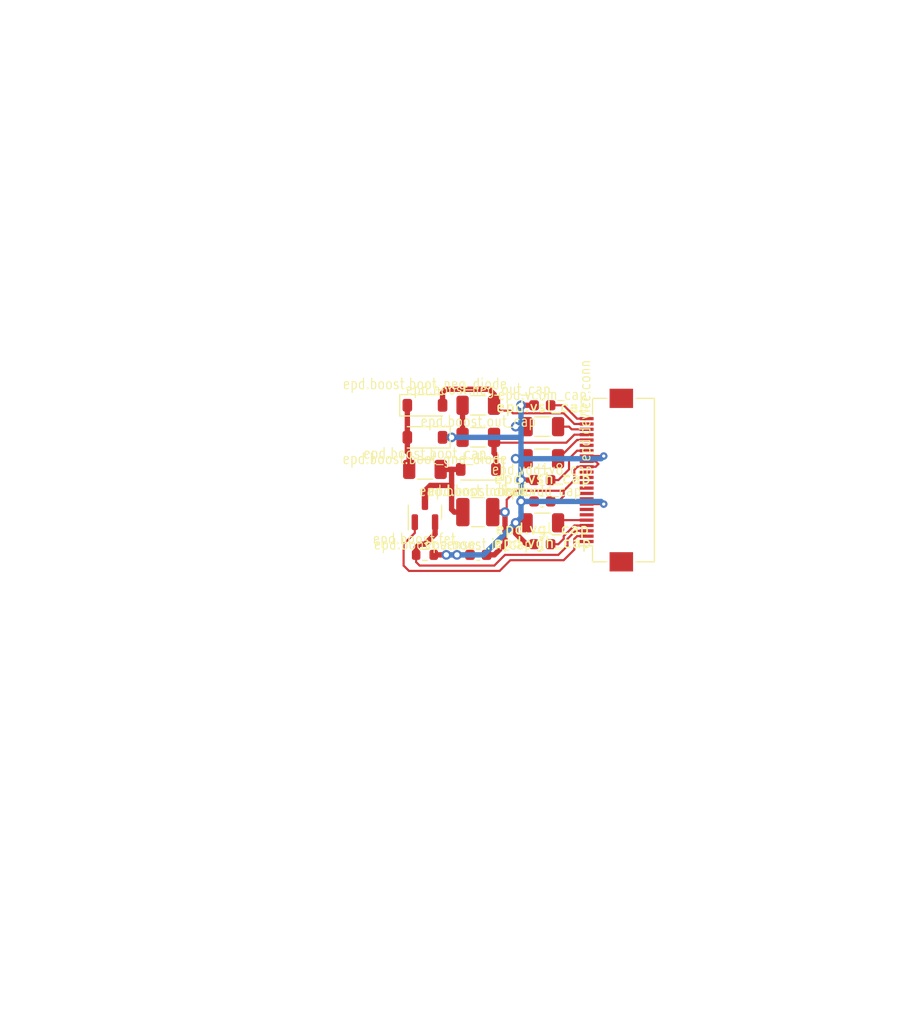
<source format=kicad_pcb>
(kicad_pcb (version 20221018) (generator pcbnew)
  (layers (0 "F.Cu" signal "Front") (31 "B.Cu" signal "Back") (34 "B.Paste" user) (35 "F.Paste" user) (36 "B.SilkS" user "B.Silkscreen") (37 "F.SilkS" user "F.Silkscreen") (38 "B.Mask" user) (39 "F.Mask" user) (44 "Edge.Cuts" user))
  (net 0 "")
  (net 1 "gnd")
  (net 2 "v3v3")
  (net 3 "epd.device.rese")
  (net 4 "epd.busy")
  (net 5 "epd.device.gdr")
  (net 6 "epd.boost.inductor.b")
  (net 7 "epd.boost.pos_out")
  (net 8 "epd.boost.boot_cap.neg")
  (net 9 "epd.boost.neg_out")
  (net 10 "epd.cs")
  (net 11 "epd.dc")
  (net 12 "epd.spi.sck")
  (net 13 "epd.device.vgl")
  (net 14 "epd.device.vdd1v8")
  (net 15 "epd.device.vsh")
  (net 16 "epd.device.vsl")
  (net 17 "epd.device.vcom")
  (net 18 "epd.spi.mosi")
  (net 19 "epd.reset")
  (net 20 "epd.device.vgh")
  (footprint "Resistor_SMD:R_0603_1608Metric" (layer "F.Cu") (at 89 127)
    (fp_text reference "epd.boost.sense" (at 0 -1) (layer "F.SilkS") (effects (font (size 1 0.8) (thickness 0.1))))
    (fp_text value "")
    (fp_line (start -0.237258 -0.5225) (end 0.237258 -0.5225) (stroke (width 0.12)) (layer "F.SilkS"))
    (fp_line (start -0.237258 0.5225) (end 0.237258 0.5225) (stroke (width 0.12)) (layer "F.SilkS"))
    (pad "1" smd roundrect (at -0.825 0) (size 0.8 0.95) (layers "F.Cu" "F.Paste" "F.Mask") (net 3 "epd.device.rese"))
    (pad "2" smd roundrect (at 0.825 0) (size 0.8 0.95) (layers "F.Cu" "F.Paste" "F.Mask") (net 1 "gnd"))
  )
  (footprint "Package_TO_SOT_SMD:SOT-23" (layer "F.Cu") (at 89 123 90)
    (fp_text reference "epd.boost.fet" (at -2.5 -1) (layer "F.SilkS") (effects (font (size 1 0.8) (thickness 0.1))))
    (fp_text value "AO3400A (Alpha & Omega Semicon) - 30V 5.7A 26.5m?@10V,5.7A 1.4W 1.5V@250?A N Channel SOT-23-3L MOSFETs ROHS")
    (fp_line (start 0 -1.56) (end -1.675 -1.56) (stroke (width 0.12)) (layer "F.SilkS"))
    (fp_line (start 0 -1.56) (end 0.65 -1.56) (stroke (width 0.12)) (layer "F.SilkS"))
    (fp_line (start 0 1.56) (end -0.65 1.56) (stroke (width 0.12)) (layer "F.SilkS"))
    (fp_line (start 0 1.56) (end 0.65 1.56) (stroke (width 0.12)) (layer "F.SilkS"))
    (pad "1" smd roundrect (at -0.9375 -0.95 90) (size 1.475 0.6) (layers "F.Cu" "F.Paste" "F.Mask") (net 5 "epd.device.gdr"))
    (pad "2" smd roundrect (at -0.9375 0.95 90) (size 1.475 0.6) (layers "F.Cu" "F.Paste" "F.Mask") (net 3 "epd.device.rese"))
    (pad "3" smd roundrect (at 0.9375 0 90) (size 1.475 0.6) (layers "F.Cu" "F.Paste" "F.Mask") (net 6 "epd.boost.inductor.b"))
  )
  (footprint "Capacitor_SMD:C_0603_1608Metric" (layer "F.Cu") (at 100 113 180)
    (fp_text reference "epd.vcom_cap" (at 0 1) (layer "F.SilkS") (effects (font (size 1 0.8) (thickness 0.1))))
    (fp_text value "")
    (fp_line (start -0.14058 -0.51) (end 0.14058 -0.51) (stroke (width 0.12)) (layer "F.SilkS"))
    (fp_line (start -0.14058 0.51) (end 0.14058 0.51) (stroke (width 0.12)) (layer "F.SilkS"))
    (pad "1" smd roundrect (at -0.775 0 180) (size 0.9 0.95) (layers "F.Cu" "F.Paste" "F.Mask") (net 17 "epd.device.vcom"))
    (pad "2" smd roundrect (at 0.775 0 180) (size 0.9 0.95) (layers "F.Cu" "F.Paste" "F.Mask") (net 1 "gnd"))
  )
  (footprint "Capacitor_SMD:C_0603_1608Metric" (layer "F.Cu") (at 100 126)
    (fp_text reference "epd.vgl_cap" (at 0 -1.43) (layer "F.SilkS"))
    (fp_text value "")
    (fp_line (start -0.14058 -0.51) (end 0.14058 -0.51) (stroke (width 0.12)) (layer "F.SilkS"))
    (fp_line (start -0.14058 0.51) (end 0.14058 0.51) (stroke (width 0.12)) (layer "F.SilkS"))
    (pad "1" smd roundrect (at -0.775 0) (size 0.9 0.95) (layers "F.Cu" "F.Paste" "F.Mask") (net 1 "gnd"))
    (pad "2" smd roundrect (at 0.775 0) (size 0.9 0.95) (layers "F.Cu" "F.Paste" "F.Mask") (net 13 "epd.device.vgl"))
  )
  (footprint "Capacitor_SMD:C_1206_3216Metric" (layer "F.Cu") (at 89 119 180)
    (fp_text reference "epd.boost.boot_cap" (at 0 1.5) (layer "F.SilkS") (effects (font (size 1 0.8) (thickness 0.1))))
    (fp_text value "")
    (fp_line (start -0.711252 -0.91) (end 0.711252 -0.91) (stroke (width 0.12)) (layer "F.SilkS"))
    (fp_line (start -0.711252 0.91) (end 0.711252 0.91) (stroke (width 0.12)) (layer "F.SilkS"))
    (pad "1" smd roundrect (at -1.475 0 180) (size 1.15 1.8) (layers "F.Cu" "F.Paste" "F.Mask") (roundrect_rratio 0.217391) (net 6 "epd.boost.inductor.b"))
    (pad "2" smd roundrect (at 1.475 0 180) (size 1.15 1.8) (layers "F.Cu" "F.Paste" "F.Mask") (roundrect_rratio 0.217391) (net 8 "epd.boost.boot_cap.neg"))
  )
  (footprint "Capacitor_SMD:C_0603_1608Metric" (layer "F.Cu") (at 100 122 180)
    (fp_text reference "epd.vdd_cap" (at 0 1) (layer "F.SilkS") (effects (font (size 1 0.8) (thickness 0.1))))
    (fp_text value "")
    (fp_line (start -0.14058 -0.51) (end 0.14058 -0.51) (stroke (width 0.12)) (layer "F.SilkS"))
    (fp_line (start -0.14058 0.51) (end 0.14058 0.51) (stroke (width 0.12)) (layer "F.SilkS"))
    (pad "1" smd roundrect (at -0.775 0 180) (size 0.9 0.95) (layers "F.Cu" "F.Paste" "F.Mask") (net 2 "v3v3"))
    (pad "2" smd roundrect (at 0.775 0 180) (size 0.9 0.95) (layers "F.Cu" "F.Paste" "F.Mask") (net 1 "gnd"))
  )
  (footprint "Capacitor_SMD:C_0603_1608Metric" (layer "F.Cu") (at 94 127 180)
    (fp_text reference "epd.boost.in_cap" (at 0 1) (layer "F.SilkS") (effects (font (size 1 0.8) (thickness 0.1))))
    (fp_text value "")
    (fp_line (start -0.14058 -0.51) (end 0.14058 -0.51) (stroke (width 0.12)) (layer "F.SilkS"))
    (fp_line (start -0.14058 0.51) (end 0.14058 0.51) (stroke (width 0.12)) (layer "F.SilkS"))
    (pad "1" smd roundrect (at -0.775 0 180) (size 0.9 0.95) (layers "F.Cu" "F.Paste" "F.Mask") (net 2 "v3v3"))
    (pad "2" smd roundrect (at 0.775 0 180) (size 0.9 0.95) (layers "F.Cu" "F.Paste" "F.Mask") (net 1 "gnd"))
  )
  (footprint "Capacitor_SMD:C_1206_3216Metric" (layer "F.Cu") (at 100 118 180)
    (fp_text reference "epd.vsh_cap" (at 0 -1.85 180) (layer "F.SilkS"))
    (fp_text value "")
    (fp_line (start -0.711252 -0.91) (end 0.711252 -0.91) (stroke (width 0.12)) (layer "F.SilkS"))
    (fp_line (start -0.711252 0.91) (end 0.711252 0.91) (stroke (width 0.12)) (layer "F.SilkS"))
    (pad "1" smd roundrect (at -1.475 0 180) (size 1.15 1.8) (layers "F.Cu" "F.Paste" "F.Mask") (roundrect_rratio 0.217391) (net 15 "epd.device.vsh"))
    (pad "2" smd roundrect (at 1.475 0 180) (size 1.15 1.8) (layers "F.Cu" "F.Paste" "F.Mask") (roundrect_rratio 0.217391) (net 1 "gnd"))
  )
  (footprint "Inductor_SMD:L_1210_3225Metric" (layer "F.Cu") (at 93.95 123 180)
    (fp_text reference "epd.boost.inductor" (at -0.05 2) (layer "F.SilkS") (effects (font (size 1 0.8) (thickness 0.1))))
    (fp_text value "")
    (fp_line (start -0.602064 -1.36) (end 0.602064 -1.36) (stroke (width 0.12)) (layer "F.SilkS"))
    (fp_line (start -0.602064 1.36) (end 0.602064 1.36) (stroke (width 0.12)) (layer "F.SilkS"))
    (pad "1" smd roundrect (at -1.4 0 180) (size 1.25 2.65) (layers "F.Cu" "F.Paste" "F.Mask") (roundrect_rratio 0.2) (net 2 "v3v3"))
    (pad "2" smd roundrect (at 1.4 0 180) (size 1.25 2.65) (layers "F.Cu" "F.Paste" "F.Mask") (roundrect_rratio 0.2) (net 6 "epd.boost.inductor.b"))
  )
  (footprint "Capacitor_SMD:C_1206_3216Metric" (layer "F.Cu") (at 94 113)
    (fp_text reference "epd.boost.neg_out_cap" (at 0 -1.5) (layer "F.SilkS") (effects (font (size 1 0.8) (thickness 0.1))))
    (fp_text value "")
    (fp_line (start -0.711252 -0.91) (end 0.711252 -0.91) (stroke (width 0.12)) (layer "F.SilkS"))
    (fp_line (start -0.711252 0.91) (end 0.711252 0.91) (stroke (width 0.12)) (layer "F.SilkS"))
    (pad "1" smd roundrect (at -1.475 0) (size 1.15 1.8) (layers "F.Cu" "F.Paste" "F.Mask") (roundrect_rratio 0.217391) (net 1 "gnd"))
    (pad "2" smd roundrect (at 1.475 0) (size 1.15 1.8) (layers "F.Cu" "F.Paste" "F.Mask") (roundrect_rratio 0.217391) (net 9 "epd.boost.neg_out"))
  )
  (footprint "Capacitor_SMD:C_0603_1608Metric" (layer "F.Cu") (at 100 120 180)
    (fp_text reference "epd.vdd1v8_cap" (at 0 1) (layer "F.SilkS") (effects (font (size 1 0.8) (thickness 0.1))))
    (fp_text value "")
    (fp_line (start -0.14058 -0.51) (end 0.14058 -0.51) (stroke (width 0.12)) (layer "F.SilkS"))
    (fp_line (start -0.14058 0.51) (end 0.14058 0.51) (stroke (width 0.12)) (layer "F.SilkS"))
    (pad "1" smd roundrect (at -0.775 0 180) (size 0.9 0.95) (layers "F.Cu" "F.Paste" "F.Mask") (net 14 "epd.device.vdd1v8"))
    (pad "2" smd roundrect (at 0.775 0 180) (size 0.9 0.95) (layers "F.Cu" "F.Paste" "F.Mask") (net 1 "gnd"))
  )
  (footprint "Capacitor_SMD:C_1206_3216Metric" (layer "F.Cu") (at 100 115)
    (fp_text reference "epd.vsl_cap" (at 0 -1.85) (layer "F.SilkS"))
    (fp_text value "")
    (fp_line (start -0.711252 -0.91) (end 0.711252 -0.91) (stroke (width 0.12)) (layer "F.SilkS"))
    (fp_line (start -0.711252 0.91) (end 0.711252 0.91) (stroke (width 0.12)) (layer "F.SilkS"))
    (pad "1" smd roundrect (at -1.475 0) (size 1.15 1.8) (layers "F.Cu" "F.Paste" "F.Mask") (roundrect_rratio 0.217391) (net 1 "gnd"))
    (pad "2" smd roundrect (at 1.475 0) (size 1.15 1.8) (layers "F.Cu" "F.Paste" "F.Mask") (roundrect_rratio 0.217391) (net 16 "epd.device.vsl"))
  )
  (footprint "Diode_SMD:D_SOD-123" (layer "F.Cu") (at 89 116 180)
    (fp_text reference "epd.boost.boot_gnd_diode" (at 0 -2 180) (layer "F.SilkS") (effects (font (size 1 0.8) (thickness 0.1))))
    (fp_text value "B5817W (Guangdong Hottech) - 20V 450mV@1A 300mA SOD-123 Schottky Barrier Diodes (SBD) ROHS")
    (fp_line (start -2.36 -1) (end -2.36 1) (stroke (width 0.12)) (layer "F.SilkS"))
    (fp_line (start -2.36 -1) (end 1.65 -1) (stroke (width 0.12)) (layer "F.SilkS"))
    (fp_line (start -2.36 1) (end 1.65 1) (stroke (width 0.12)) (layer "F.SilkS"))
    (pad "1" smd roundrect (at -1.65 0 180) (size 0.9 1.2) (layers "F.Cu" "F.Paste" "F.Mask") (net 1 "gnd"))
    (pad "2" smd roundrect (at 1.65 0 180) (size 0.9 1.2) (layers "F.Cu" "F.Paste" "F.Mask") (net 8 "epd.boost.boot_cap.neg"))
  )
  (footprint "Capacitor_SMD:C_1206_3216Metric" (layer "F.Cu") (at 100 124 180)
    (fp_text reference "epd.vgh_cap" (at 0 -1.85 180) (layer "F.SilkS"))
    (fp_text value "")
    (fp_line (start -0.711252 -0.91) (end 0.711252 -0.91) (stroke (width 0.12)) (layer "F.SilkS"))
    (fp_line (start -0.711252 0.91) (end 0.711252 0.91) (stroke (width 0.12)) (layer "F.SilkS"))
    (pad "1" smd roundrect (at -1.475 0 180) (size 1.15 1.8) (layers "F.Cu" "F.Paste" "F.Mask") (roundrect_rratio 0.217391) (net 20 "epd.device.vgh"))
    (pad "2" smd roundrect (at 1.475 0 180) (size 1.15 1.8) (layers "F.Cu" "F.Paste" "F.Mask") (roundrect_rratio 0.217391) (net 1 "gnd"))
  )
  (footprint "Diode_SMD:D_SOD-123" (layer "F.Cu") (at 94 119 180)
    (fp_text reference "epd.boost.diode" (at 0 -2 180) (layer "F.SilkS") (effects (font (size 1 0.8) (thickness 0.1))))
    (fp_text value "B5817W (Guangdong Hottech) - 20V 450mV@1A 300mA SOD-123 Schottky Barrier Diodes (SBD) ROHS")
    (fp_line (start -2.36 -1) (end -2.36 1) (stroke (width 0.12)) (layer "F.SilkS"))
    (fp_line (start -2.36 -1) (end 1.65 -1) (stroke (width 0.12)) (layer "F.SilkS"))
    (fp_line (start -2.36 1) (end 1.65 1) (stroke (width 0.12)) (layer "F.SilkS"))
    (pad "1" smd roundrect (at -1.65 0 180) (size 0.9 1.2) (layers "F.Cu" "F.Paste" "F.Mask") (net 7 "epd.boost.pos_out"))
    (pad "2" smd roundrect (at 1.65 0 180) (size 0.9 1.2) (layers "F.Cu" "F.Paste" "F.Mask") (net 6 "epd.boost.inductor.b"))
  )
  (footprint "Connector_FFC-FPC:Hirose_FH12-24S-0.5SH_1x24-1MP_P0.50mm_Horizontal" (layer "F.Cu") (at 106 120 90)
    (fp_text reference "epd.device.conn" (at 6.5 -2 90) (layer "F.SilkS") (effects (font (size 1 0.8) (thickness 0.1))))
    (fp_text value "AFC01-S24FCA-00 (Jushuo)")
    (fp_line (start -7.65 -1.3) (end -7.65 0.04) (stroke (width 0.12)) (layer "F.SilkS"))
    (fp_line (start -7.65 2.76) (end -7.65 4.5) (stroke (width 0.12)) (layer "F.SilkS"))
    (fp_line (start -7.65 4.5) (end 7.65 4.5) (stroke (width 0.12)) (layer "F.SilkS"))
    (fp_line (start -6.16 -1.3) (end -7.65 -1.3) (stroke (width 0.12)) (layer "F.SilkS"))
    (fp_line (start -6.16 -1.3) (end -6.16 -2.5) (stroke (width 0.12)) (layer "F.SilkS"))
    (fp_line (start 6.16 -1.3) (end 7.65 -1.3) (stroke (width 0.12)) (layer "F.SilkS"))
    (fp_line (start 7.65 -1.3) (end 7.65 0.04) (stroke (width 0.12)) (layer "F.SilkS"))
    (fp_line (start 7.65 4.5) (end 7.65 2.76) (stroke (width 0.12)) (layer "F.SilkS"))
    (pad "1" smd rect (at -5.75 -1.85 90) (size 0.3 1.3) (layers "F.Cu" "F.Paste" "F.Mask"))
    (pad "2" smd rect (at -5.25 -1.85 90) (size 0.3 1.3) (layers "F.Cu" "F.Paste" "F.Mask") (net 5 "epd.device.gdr"))
    (pad "3" smd rect (at -4.75 -1.85 90) (size 0.3 1.3) (layers "F.Cu" "F.Paste" "F.Mask") (net 3 "epd.device.rese"))
    (pad "4" smd rect (at -4.25 -1.85 90) (size 0.3 1.3) (layers "F.Cu" "F.Paste" "F.Mask") (net 13 "epd.device.vgl"))
    (pad "5" smd rect (at -3.75 -1.85 90) (size 0.3 1.3) (layers "F.Cu" "F.Paste" "F.Mask") (net 20 "epd.device.vgh"))
    (pad "6" smd rect (at -3.25 -1.85 90) (size 0.3 1.3) (layers "F.Cu" "F.Paste" "F.Mask"))
    (pad "7" smd rect (at -2.75 -1.85 90) (size 0.3 1.3) (layers "F.Cu" "F.Paste" "F.Mask"))
    (pad "8" smd rect (at -2.25 -1.85 90) (size 0.3 1.3) (layers "F.Cu" "F.Paste" "F.Mask") (net 1 "gnd"))
    (pad "9" smd rect (at -1.75 -1.85 90) (size 0.3 1.3) (layers "F.Cu" "F.Paste" "F.Mask") (net 4 "epd.busy"))
    (pad "10" smd rect (at -1.25 -1.85 90) (size 0.3 1.3) (layers "F.Cu" "F.Paste" "F.Mask") (net 19 "epd.reset"))
    (pad "11" smd rect (at -0.75 -1.85 90) (size 0.3 1.3) (layers "F.Cu" "F.Paste" "F.Mask") (net 11 "epd.dc"))
    (pad "12" smd rect (at -0.25 -1.85 90) (size 0.3 1.3) (layers "F.Cu" "F.Paste" "F.Mask") (net 10 "epd.cs"))
    (pad "13" smd rect (at 0.25 -1.85 90) (size 0.3 1.3) (layers "F.Cu" "F.Paste" "F.Mask") (net 12 "epd.spi.sck"))
    (pad "14" smd rect (at 0.75 -1.85 90) (size 0.3 1.3) (layers "F.Cu" "F.Paste" "F.Mask") (net 18 "epd.spi.mosi"))
    (pad "15" smd rect (at 1.25 -1.85 90) (size 0.3 1.3) (layers "F.Cu" "F.Paste" "F.Mask") (net 2 "v3v3"))
    (pad "16" smd rect (at 1.75 -1.85 90) (size 0.3 1.3) (layers "F.Cu" "F.Paste" "F.Mask") (net 2 "v3v3"))
    (pad "17" smd rect (at 2.25 -1.85 90) (size 0.3 1.3) (layers "F.Cu" "F.Paste" "F.Mask") (net 1 "gnd"))
    (pad "18" smd rect (at 2.75 -1.85 90) (size 0.3 1.3) (layers "F.Cu" "F.Paste" "F.Mask") (net 14 "epd.device.vdd1v8"))
    (pad "19" smd rect (at 3.25 -1.85 90) (size 0.3 1.3) (layers "F.Cu" "F.Paste" "F.Mask"))
    (pad "20" smd rect (at 3.75 -1.85 90) (size 0.3 1.3) (layers "F.Cu" "F.Paste" "F.Mask") (net 15 "epd.device.vsh"))
    (pad "21" smd rect (at 4.25 -1.85 90) (size 0.3 1.3) (layers "F.Cu" "F.Paste" "F.Mask") (net 7 "epd.boost.pos_out"))
    (pad "22" smd rect (at 4.75 -1.85 90) (size 0.3 1.3) (layers "F.Cu" "F.Paste" "F.Mask") (net 16 "epd.device.vsl"))
    (pad "23" smd rect (at 5.25 -1.85 90) (size 0.3 1.3) (layers "F.Cu" "F.Paste" "F.Mask") (net 9 "epd.boost.neg_out"))
    (pad "24" smd rect (at 5.75 -1.85 90) (size 0.3 1.3) (layers "F.Cu" "F.Paste" "F.Mask") (net 17 "epd.device.vcom"))
    (pad "MP" smd rect (at -7.65 1.4 90) (size 1.8 2.2) (layers "F.Cu" "F.Paste" "F.Mask"))
    (pad "MP" smd rect (at 7.65 1.4 90) (size 1.8 2.2) (layers "F.Cu" "F.Paste" "F.Mask"))
  )
  (footprint "Capacitor_SMD:C_1206_3216Metric" (layer "F.Cu") (at 94 116 180)
    (fp_text reference "epd.boost.out_cap" (at 0 1.5) (layer "F.SilkS") (effects (font (size 1 0.8) (thickness 0.1))))
    (fp_text value "")
    (fp_line (start -0.711252 -0.91) (end 0.711252 -0.91) (stroke (width 0.12)) (layer "F.SilkS"))
    (fp_line (start -0.711252 0.91) (end 0.711252 0.91) (stroke (width 0.12)) (layer "F.SilkS"))
    (pad "1" smd roundrect (at -1.475 0 180) (size 1.15 1.8) (layers "F.Cu" "F.Paste" "F.Mask") (roundrect_rratio 0.217391) (net 7 "epd.boost.pos_out"))
    (pad "2" smd roundrect (at 1.475 0 180) (size 1.15 1.8) (layers "F.Cu" "F.Paste" "F.Mask") (roundrect_rratio 0.217391) (net 1 "gnd"))
  )
  (footprint "Diode_SMD:D_SOD-123" (layer "F.Cu") (at 89 113)
    (fp_text reference "epd.boost.boot_neg_diode" (at 0 -2) (layer "F.SilkS") (effects (font (size 1 0.8) (thickness 0.1))))
    (fp_text value "B5817W (Guangdong Hottech) - 20V 450mV@1A 300mA SOD-123 Schottky Barrier Diodes (SBD) ROHS")
    (fp_line (start -2.36 -1) (end -2.36 1) (stroke (width 0.12)) (layer "F.SilkS"))
    (fp_line (start -2.36 -1) (end 1.65 -1) (stroke (width 0.12)) (layer "F.SilkS"))
    (fp_line (start -2.36 1) (end 1.65 1) (stroke (width 0.12)) (layer "F.SilkS"))
    (pad "1" smd roundrect (at -1.65 0) (size 0.9 1.2) (layers "F.Cu" "F.Paste" "F.Mask") (net 8 "epd.boost.boot_cap.neg"))
    (pad "2" smd roundrect (at 1.65 0) (size 0.9 1.2) (layers "F.Cu" "F.Paste" "F.Mask") (net 9 "epd.boost.neg_out"))
  )
  (segment (start 98.525 118) (end 97.5 118) (width 0.5) (layer "F.Cu") (net 1))
  (segment (start 99.225 113) (end 98 113) (width 0.5) (layer "F.Cu") (net 1))
  (segment (start 97.5 125) (end 98.5 126) (width 0.5) (layer "F.Cu") (net 1))
  (segment (start 90.65 116) (end 91.5 116) (width 0.5) (layer "F.Cu") (net 1))
  (segment (start 92.525 113) (end 92.525 116) (width 0.5) (layer "F.Cu") (net 1))
  (segment (start 89.825 127) (end 91 127) (width 0.5) (layer "F.Cu") (net 1))
  (segment (start 98 120) (end 99.225 120) (width 0.5) (layer "F.Cu") (net 1))
  (segment (start 104.15 117.75) (end 105.75 117.75) (width 0.2) (layer "F.Cu") (net 1))
  (segment (start 91.5 116) (end 92.525 116) (width 0.5) (layer "F.Cu") (net 1))
  (segment (start 91 127) (end 92 127) (width 0.5) (layer "F.Cu") (net 1))
  (segment (start 99.225 122) (end 98 122) (width 0.5) (layer "F.Cu") (net 1))
  (segment (start 99.225 126) (end 98.5 126) (width 0.5) (layer "F.Cu") (net 1))
  (segment (start 97.5 124) (end 97.5 125) (width 0.5) (layer "F.Cu") (net 1))
  (segment (start 97.5 124) (end 98.525 124) (width 0.5) (layer "F.Cu") (net 1))
  (segment (start 93.225 127) (end 92 127) (width 0.5) (layer "F.Cu") (net 1))
  (segment (start 98.525 115) (end 97.5 115) (width 0.5) (layer "F.Cu") (net 1))
  (segment (start 104.15 122.25) (end 105.75 122.25) (width 0.2) (layer "F.Cu") (net 1))
  (via (at 105.75 122.25) (size 0.7) (drill 0.3) (layers "F.Cu" "B.Cu") (net 1))
  (via (at 105.75 117.75) (size 0.7) (drill 0.3) (layers "F.Cu" "B.Cu") (net 1))
  (via (at 97.5 118) (size 0.9) (drill 0.5) (layers "F.Cu" "B.Cu") (net 1))
  (via (at 97.5 115) (size 0.9) (drill 0.5) (layers "F.Cu" "B.Cu") (net 1))
  (via (at 91 127) (size 0.9) (drill 0.5) (layers "F.Cu" "B.Cu") (net 1))
  (via (at 98 113) (size 0.9) (drill 0.5) (layers "F.Cu" "B.Cu") (net 1))
  (via (at 97.5 124) (size 0.9) (drill 0.5) (layers "F.Cu" "B.Cu") (net 1))
  (via (at 98 120) (size 0.9) (drill 0.5) (layers "F.Cu" "B.Cu") (net 1))
  (via (at 91.5 116) (size 0.9) (drill 0.5) (layers "F.Cu" "B.Cu") (net 1))
  (via (at 92 127) (size 0.9) (drill 0.5) (layers "F.Cu" "B.Cu") (net 1))
  (via (at 98 122) (size 0.9) (drill 0.5) (layers "F.Cu" "B.Cu") (net 1))
  (segment (start 98 123.5) (end 98 123) (width 0.5) (layer "B.Cu") (net 1))
  (segment (start 91 127) (end 94.5 127) (width 0.5) (layer "B.Cu") (net 1))
  (segment (start 97.5 118) (end 98 118) (width 0.5) (layer "B.Cu") (net 1))
  (segment (start 94.5 127) (end 97.5 124) (width 0.5) (layer "B.Cu") (net 1))
  (segment (start 105.5 118) (end 105.75 117.75) (width 0.5) (layer "B.Cu") (net 1))
  (segment (start 98 115) (end 98 116) (width 0.5) (layer "B.Cu") (net 1))
  (segment (start 98 121) (end 98 122) (width 0.5) (layer "B.Cu") (net 1))
  (segment (start 105.5 122) (end 105.75 122.25) (width 0.5) (layer "B.Cu") (net 1))
  (segment (start 97.5 124) (end 98 123.5) (width 0.5) (layer "B.Cu") (net 1))
  (segment (start 91.5 116) (end 98 116) (width 0.5) (layer "B.Cu") (net 1))
  (segment (start 98 113) (end 98 115) (width 0.5) (layer "B.Cu") (net 1))
  (segment (start 97.5 115) (end 98 115) (width 0.5) (layer "B.Cu") (net 1))
  (segment (start 98 116) (end 98 117) (width 0.5) (layer "B.Cu") (net 1))
  (segment (start 98 118) (end 105.5 118) (width 0.5) (layer "B.Cu") (net 1))
  (segment (start 98 121.5) (end 98 119) (width 0.5) (layer "B.Cu") (net 1))
  (segment (start 98 122) (end 98 123) (width 0.5) (layer "B.Cu") (net 1))
  (segment (start 98 122) (end 105.5 122) (width 0.5) (layer "B.Cu") (net 1))
  (segment (start 98 117) (end 98 118) (width 0.5) (layer "B.Cu") (net 1))
  (segment (start 98 119) (end 98 118) (width 0.5) (layer "B.Cu") (net 1))
  (segment (start 95.35 123) (end 96.5 123) (width 0.5) (layer "F.Cu") (net 2))
  (segment (start 96.66 121.84) (end 97.5 121) (width 0.2) (layer "F.Cu") (net 2))
  (segment (start 97.5 121) (end 102 121) (width 0.2) (layer "F.Cu") (net 2))
  (segment (start 105 118.75) (end 105.25 118.5) (width 0.2) (layer "F.Cu") (net 2))
  (segment (start 96.5 123) (end 96.5 126) (width 0.5) (layer "F.Cu") (net 2))
  (segment (start 102 121) (end 102.25 120.75) (width 0.2) (layer "F.Cu") (net 2))
  (segment (start 103 119.05) (end 103 120) (width 0.2) (layer "F.Cu") (net 2))
  (segment (start 102 121.5) (end 102 121) (width 0.2) (layer "F.Cu") (net 2))
  (segment (start 96.5 126) (end 95.5 127) (width 0.5) (layer "F.Cu") (net 2))
  (segment (start 103.3 118.75) (end 103 119.05) (width 0.2) (layer "F.Cu") (net 2))
  (segment (start 95.5 127) (end 94.775 127) (width 0.5) (layer "F.Cu") (net 2))
  (segment (start 105 118.25) (end 105.25 118.5) (width 0.2) (layer "F.Cu") (net 2))
  (segment (start 96.66 122.84) (end 96.66 121.84) (width 0.2) (layer "F.Cu") (net 2))
  (segment (start 104.15 118.75) (end 105 118.75) (width 0.2) (layer "F.Cu") (net 2))
  (segment (start 100.775 122) (end 101.5 122) (width 0.2) (layer "F.Cu") (net 2))
  (segment (start 101.5 122) (end 102 121.5) (width 0.2) (layer "F.Cu") (net 2))
  (segment (start 103 120) (end 102.25 120.75) (width 0.2) (layer "F.Cu") (net 2))
  (segment (start 96.5 123) (end 96.66 122.84) (width 0.2) (layer "F.Cu") (net 2))
  (segment (start 104.15 118.25) (end 105 118.25) (width 0.2) (layer "F.Cu") (net 2))
  (segment (start 104.15 118.75) (end 103.3 118.75) (width 0.2) (layer "F.Cu") (net 2))
  (via (at 96.5 123) (size 0.9) (drill 0.5) (layers "F.Cu" "B.Cu") (net 2))
  (segment (start 88.175 126.325) (end 88.5 126) (width 0.5) (layer "F.Cu") (net 3))
  (segment (start 88.5 126) (end 89 126) (width 0.5) (layer "F.Cu") (net 3))
  (segment (start 88.175 127.675) (end 88.5 128) (width 0.2) (layer "F.Cu") (net 3))
  (segment (start 89.95 125.05) (end 89.95 123.9375) (width 0.5) (layer "F.Cu") (net 3))
  (segment (start 103.11 124.75) (end 104.15 124.75) (width 0.2) (layer "F.Cu") (net 3))
  (segment (start 88.175 127) (end 88.175 126.325) (width 0.5) (layer "F.Cu") (net 3))
  (segment (start 95.5 128) (end 96.5 127) (width 0.2) (layer "F.Cu") (net 3))
  (segment (start 102.36 125.5) (end 103.11 124.75) (width 0.2) (layer "F.Cu") (net 3))
  (segment (start 89 126) (end 89.95 125.05) (width 0.5) (layer "F.Cu") (net 3))
  (segment (start 101.5 127) (end 102.36 126.14) (width 0.2) (layer "F.Cu") (net 3))
  (segment (start 102.36 126.14) (end 102.36 125.5) (width 0.2) (layer "F.Cu") (net 3))
  (segment (start 88.5 128) (end 95.5 128) (width 0.2) (layer "F.Cu") (net 3))
  (segment (start 96.5 127) (end 101.5 127) (width 0.2) (layer "F.Cu") (net 3))
  (segment (start 88.175 127) (end 88.175 127.675) (width 0.2) (layer "F.Cu") (net 3))
  (segment (start 102 127.5) (end 97 127.5) (width 0.2) (layer "F.Cu") (net 5))
  (segment (start 87 128) (end 87 126) (width 0.2) (layer "F.Cu") (net 5))
  (segment (start 104.15 125.25) (end 103.25 125.25) (width 0.2) (layer "F.Cu") (net 5))
  (segment (start 96 128.5) (end 87.5 128.5) (width 0.2) (layer "F.Cu") (net 5))
  (segment (start 97 127.5) (end 96 128.5) (width 0.2) (layer "F.Cu") (net 5))
  (segment (start 88.05 124.95) (end 88.05 123.9375) (width 0.2) (layer "F.Cu") (net 5))
  (segment (start 87.5 128.5) (end 87 128) (width 0.2) (layer "F.Cu") (net 5))
  (segment (start 87 126) (end 88.05 124.95) (width 0.2) (layer "F.Cu") (net 5))
  (segment (start 103 125.5) (end 103 126.5) (width 0.2) (layer "F.Cu") (net 5))
  (segment (start 103 126.5) (end 102 127.5) (width 0.2) (layer "F.Cu") (net 5))
  (segment (start 103.25 125.25) (end 103 125.5) (width 0.2) (layer "F.Cu") (net 5))
  (segment (start 92.55 123) (end 91.75 123) (width 0.5) (layer "F.Cu") (net 6))
  (segment (start 91.75 123) (end 91.5 122.75) (width 0.5) (layer "F.Cu") (net 6))
  (segment (start 91.5 120.5) (end 91.5 119) (width 0.5) (layer "F.Cu") (net 6))
  (segment (start 89.5 120.5) (end 91.5 120.5) (width 0.5) (layer "F.Cu") (net 6))
  (segment (start 90.475 119) (end 91.5 119) (width 0.5) (layer "F.Cu") (net 6))
  (segment (start 89 121) (end 89.5 120.5) (width 0.5) (layer "F.Cu") (net 6))
  (segment (start 91.5 119) (end 92.35 119) (width 0.5) (layer "F.Cu") (net 6))
  (segment (start 91.5 122.75) (end 91.5 120.5) (width 0.5) (layer "F.Cu") (net 6))
  (segment (start 89 122.062) (end 89 122.0625) (width 0.2) (layer "F.Cu") (net 6))
  (segment (start 89 122.062) (end 89 121) (width 0.5) (layer "F.Cu") (net 6))
  (segment (start 95.5 116.5) (end 102.25 116.5) (width 0.2) (layer "F.Cu") (net 7))
  (segment (start 95.65 119) (end 95.65 117.65) (width 0.5) (layer "F.Cu") (net 7))
  (segment (start 95.475 117.475) (end 95.475 116) (width 0.5) (layer "F.Cu") (net 7))
  (segment (start 95.65 117.65) (end 95.475 117.475) (width 0.5) (layer "F.Cu") (net 7))
  (segment (start 102.25 116.5) (end 103 115.75) (width 0.2) (layer "F.Cu") (net 7))
  (segment (start 103 115.75) (end 104.15 115.75) (width 0.2) (layer "F.Cu") (net 7))
  (segment (start 87.35 116) (end 87.35 113) (width 0.5) (layer "F.Cu") (net 8))
  (segment (start 87.35 117.35) (end 87.35 116) (width 0.5) (layer "F.Cu") (net 8))
  (segment (start 87.525 117.525) (end 87.35 117.35) (width 0.5) (layer "F.Cu") (net 8))
  (segment (start 87.525 119) (end 87.525 117.525) (width 0.5) (layer "F.Cu") (net 8))
  (segment (start 95.475 113) (end 95.475 111.975) (width 0.5) (layer "F.Cu") (net 9))
  (segment (start 91 111.5) (end 90.65 111.85) (width 0.5) (layer "F.Cu") (net 9))
  (segment (start 102 113.75) (end 103 114.75) (width 0.2) (layer "F.Cu") (net 9))
  (segment (start 95.475 111.975) (end 95 111.5) (width 0.5) (layer "F.Cu") (net 9))
  (segment (start 97 113.5) (end 95.5 113.5) (width 0.2) (layer "F.Cu") (net 9))
  (segment (start 103 114.75) (end 104.15 114.75) (width 0.2) (layer "F.Cu") (net 9))
  (segment (start 95 111.5) (end 91 111.5) (width 0.5) (layer "F.Cu") (net 9))
  (segment (start 90.65 111.85) (end 90.65 113) (width 0.5) (layer "F.Cu") (net 9))
  (segment (start 97.25 113.75) (end 97 113.5) (width 0.2) (layer "F.Cu") (net 9))
  (segment (start 97.25 113.75) (end 102 113.75) (width 0.2) (layer "F.Cu") (net 9))
  (segment (start 102 125.5) (end 102 125.25) (width 0.2) (layer "F.Cu") (net 13))
  (segment (start 101.5 126) (end 102 125.5) (width 0.2) (layer "F.Cu") (net 13))
  (segment (start 100.775 126) (end 101.5 126) (width 0.2) (layer "F.Cu") (net 13))
  (segment (start 102 125.25) (end 103 124.25) (width 0.2) (layer "F.Cu") (net 13))
  (segment (start 104.15 124.25) (end 103 124.25) (width 0.2) (layer "F.Cu") (net 13))
  (segment (start 102.5 118) (end 102.5 119) (width 0.2) (layer "F.Cu") (net 14))
  (segment (start 100.775 120) (end 101.5 120) (width 0.2) (layer "F.Cu") (net 14))
  (segment (start 103.25 117.25) (end 102.5 118) (width 0.2) (layer "F.Cu") (net 14))
  (segment (start 101.5 120) (end 102.5 119) (width 0.2) (layer "F.Cu") (net 14))
  (segment (start 104.15 117.25) (end 103.25 117.25) (width 0.2) (layer "F.Cu") (net 14))
  (segment (start 104.15 116.25) (end 103.25 116.25) (width 0.2) (layer "F.Cu") (net 15))
  (segment (start 103.25 116.25) (end 101.75 117.75) (width 0.2) (layer "F.Cu") (net 15))
  (segment (start 101.475 115) (end 102.5 115) (width 0.2) (layer "F.Cu") (net 16))
  (segment (start 102.5 115) (end 102.75 115.25) (width 0.2) (layer "F.Cu") (net 16))
  (segment (start 104.15 115.25) (end 102.75 115.25) (width 0.2) (layer "F.Cu") (net 16))
  (segment (start 100.775 113) (end 102 113) (width 0.2) (layer "F.Cu") (net 17))
  (segment (start 103.25 114.25) (end 104.15 114.25) (width 0.2) (layer "F.Cu") (net 17))
  (segment (start 102 113) (end 103.25 114.25) (width 0.2) (layer "F.Cu") (net 17))
  (segment (start 101.725 123.75) (end 101.475 124) (width 0.2) (layer "F.Cu") (net 20))
  (segment (start 104.15 123.75) (end 101.725 123.75) (width 0.2) (layer "F.Cu") (net 20))
)
</source>
